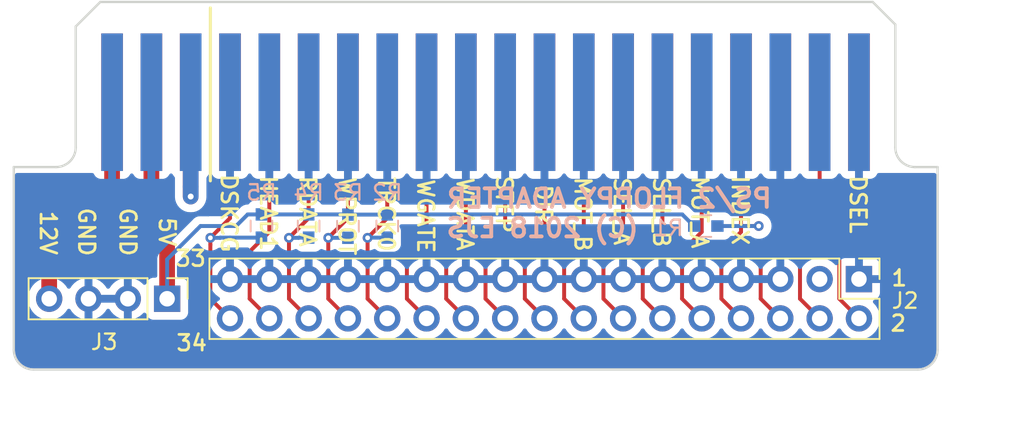
<source format=kicad_pcb>
(kicad_pcb (version 20221018) (generator pcbnew)
  (title_block (title "PS/2 Floppy Adapter") (comment 1 "Copyright (C) 2020 Eric Schlaepfer") (comment 2 "License. See https://creativecommons.org/licenses/by-sa/4.0/") (comment 3 "This work is licensed under a Creative Commons Attribution-ShareAlike 4.0 International"))
  (layers (0 "F.Cu" signal) (31 "B.Cu" signal) (34 "B.Paste" user) (35 "F.Paste" user) (36 "B.SilkS" user "B.Silkscreen") (37 "F.SilkS" user "F.Silkscreen") (38 "B.Mask" user) (39 "F.Mask" user) (44 "Edge.Cuts" user))
  (net 0 "")
  (net 1 "GND")
  (net 2 "/HDSEL")
  (net 3 "/RES1")
  (net 4 "/RES2")
  (net 5 "/INDEX")
  (net 6 "/MOTEN_A")
  (net 7 "/DSEL_B")
  (net 8 "/DSEL_A")
  (net 9 "/MOTEN_B")
  (net 10 "/DIR")
  (net 11 "/STEP")
  (net 12 "/WDATA")
  (net 13 "/ENWRITE")
  (net 14 "/TRACK0")
  (net 15 "/WPROT")
  (net 16 "/RDATA")
  (net 17 "/HEAD1SEL")
  (net 18 "/DISKCHG")
  (net 19 "+5V")
  (net 20 "+12V")
  (net 21 "Net-(J1-Pad35)")
  (footprint "Conn:EDGE_FLOPPY40" (layer "F.Cu") (at 154.94 87.63)
    (fp_text reference "J1" hide)
    (fp_text value "Conn_02x20_Odd_Even" hide)
    (pad "1" connect rect (at 24.13 0) (size 1.397 8.89) (layers "B.Cu" "B.Mask") (net 1 "GND"))
    (pad "2" connect rect (at 24.13 0) (size 1.397 8.89) (layers "F.Cu" "F.Mask") (net 2 "/HDSEL"))
    (pad "3" connect rect (at 21.59 0) (size 1.397 8.89) (layers "B.Cu" "B.Mask"))
    (pad "4" connect rect (at 21.59 0) (size 1.397 8.89) (layers "F.Cu" "F.Mask") (net 3 "/RES1"))
    (pad "5" connect rect (at 19.05 0) (size 1.397 8.89) (layers "B.Cu" "B.Mask") (net 1 "GND"))
    (pad "6" connect rect (at 19.05 0) (size 1.397 8.89) (layers "F.Cu" "F.Mask") (net 4 "/RES2"))
    (pad "7" connect rect (at 16.51 0) (size 1.397 8.89) (layers "B.Cu" "B.Mask") (net 1 "GND"))
    (pad "8" connect rect (at 16.51 0) (size 1.397 8.89) (layers "F.Cu" "F.Mask") (net 5 "/INDEX"))
    (pad "9" connect rect (at 13.97 0) (size 1.397 8.89) (layers "B.Cu" "B.Mask") (net 1 "GND"))
    (pad "10" connect rect (at 13.97 0) (size 1.397 8.89) (layers "F.Cu" "F.Mask") (net 6 "/MOTEN_A"))
    (pad "11" connect rect (at 11.43 0) (size 1.397 8.89) (layers "B.Cu" "B.Mask") (net 1 "GND"))
    (pad "12" connect rect (at 11.43 0) (size 1.397 8.89) (layers "F.Cu" "F.Mask") (net 7 "/DSEL_B"))
    (pad "13" connect rect (at 8.89 0) (size 1.397 8.89) (layers "B.Cu" "B.Mask") (net 1 "GND"))
    (pad "14" connect rect (at 8.89 0) (size 1.397 8.89) (layers "F.Cu" "F.Mask") (net 8 "/DSEL_A"))
    (pad "15" connect rect (at 6.35 0) (size 1.397 8.89) (layers "B.Cu" "B.Mask") (net 1 "GND"))
    (pad "16" connect rect (at 6.35 0) (size 1.397 8.89) (layers "F.Cu" "F.Mask") (net 9 "/MOTEN_B"))
    (pad "17" connect rect (at 3.81 0) (size 1.397 8.89) (layers "B.Cu" "B.Mask") (net 1 "GND"))
    (pad "18" connect rect (at 3.81 0) (size 1.397 8.89) (layers "F.Cu" "F.Mask") (net 10 "/DIR"))
    (pad "19" connect rect (at 1.27 0) (size 1.397 8.89) (layers "B.Cu" "B.Mask") (net 1 "GND"))
    (pad "20" connect rect (at 1.27 0) (size 1.397 8.89) (layers "F.Cu" "F.Mask") (net 11 "/STEP"))
    (pad "21" connect rect (at -1.27 0) (size 1.397 8.89) (layers "B.Cu" "B.Mask") (net 1 "GND"))
    (pad "22" connect rect (at -1.27 0) (size 1.397 8.89) (layers "F.Cu" "F.Mask") (net 12 "/WDATA"))
    (pad "23" connect rect (at -3.81 0) (size 1.397 8.89) (layers "B.Cu" "B.Mask") (net 1 "GND"))
    (pad "24" connect rect (at -3.81 0) (size 1.397 8.89) (layers "F.Cu" "F.Mask") (net 13 "/ENWRITE"))
    (pad "25" connect rect (at -6.35 0) (size 1.397 8.89) (layers "B.Cu" "B.Mask") (net 1 "GND"))
    (pad "26" connect rect (at -6.35 0) (size 1.397 8.89) (layers "F.Cu" "F.Mask") (net 14 "/TRACK0"))
    (pad "27" connect rect (at -8.89 0) (size 1.397 8.89) (layers "B.Cu" "B.Mask") (net 1 "GND"))
    (pad "28" connect rect (at -8.89 0) (size 1.397 8.89) (layers "F.Cu" "F.Mask") (net 15 "/WPROT"))
    (pad "29" connect rect (at -11.43 0) (size 1.397 8.89) (layers "B.Cu" "B.Mask") (net 1 "GND"))
    (pad "30" connect rect (at -11.43 0) (size 1.397 8.89) (layers "F.Cu" "F.Mask") (net 16 "/RDATA"))
    (pad "31" connect rect (at -13.97 0) (size 1.397 8.89) (layers "B.Cu" "B.Mask") (net 1 "GND"))
    (pad "32" connect rect (at -13.97 0) (size 1.397 8.89) (layers "F.Cu" "F.Mask") (net 17 "/HEAD1SEL"))
    (pad "33" connect rect (at -16.51 0) (size 1.397 8.89) (layers "B.Cu" "B.Mask") (net 1 "GND"))
    (pad "34" connect rect (at -16.51 0) (size 1.397 8.89) (layers "F.Cu" "F.Mask") (net 18 "/DISKCHG"))
    (pad "35" connect rect (at -19.05 0) (size 1.397 8.89) (layers "B.Cu" "B.Mask") (net 21 "Net-(J1-Pad35)"))
    (pad "36" connect rect (at -19.05 0) (size 1.397 8.89) (layers "F.Cu" "F.Mask") (net 21 "Net-(J1-Pad35)"))
    (pad "37" connect rect (at -21.59 0) (size 1.397 8.89) (layers "B.Cu" "B.Mask") (net 1 "GND"))
    (pad "38" connect rect (at -21.59 0) (size 1.397 8.89) (layers "F.Cu" "F.Mask") (net 19 "+5V"))
    (pad "39" connect rect (at -24.13 0) (size 1.397 8.89) (layers "B.Cu" "B.Mask") (net 1 "GND"))
    (pad "40" connect rect (at -24.13 0) (size 1.397 8.89) (layers "F.Cu" "F.Mask") (net 20 "+12V"))
  )
  (footprint "Pin_Headers:Pin_Header_Straight_2x17_Pitch2.54mm" (layer "F.Cu") (at 179.07 99.06 -90)
    (fp_text reference "J2" (at 1.397 -2.9845) (layer "F.SilkS"))
    (fp_text value "Conn_02x17_Odd_Even")
    (fp_line (start -1.33 -1.33) (end 0 -1.33) (stroke (width 0.12)) (layer "F.SilkS"))
    (fp_line (start -1.33 0) (end -1.33 -1.33) (stroke (width 0.12)) (layer "F.SilkS"))
    (fp_line (start -1.33 1.27) (end -1.33 41.97) (stroke (width 0.12)) (layer "F.SilkS"))
    (fp_line (start -1.33 1.27) (end 1.27 1.27) (stroke (width 0.12)) (layer "F.SilkS"))
    (fp_line (start -1.33 41.97) (end 3.87 41.97) (stroke (width 0.12)) (layer "F.SilkS"))
    (fp_line (start 1.27 -1.33) (end 3.87 -1.33) (stroke (width 0.12)) (layer "F.SilkS"))
    (fp_line (start 1.27 1.27) (end 1.27 -1.33) (stroke (width 0.12)) (layer "F.SilkS"))
    (fp_line (start 3.87 -1.33) (end 3.87 41.97) (stroke (width 0.12)) (layer "F.SilkS"))
    (pad "1" thru_hole rect (at 0 0 270) (size 1.7 1.7) (drill 1) (layers "*.Cu" "*.Mask") (net 1 "GND"))
    (pad "2" thru_hole oval (at 2.54 0 270) (size 1.7 1.7) (drill 1) (layers "*.Cu" "*.Mask") (net 2 "/HDSEL"))
    (pad "3" thru_hole oval (at 0 2.54 270) (size 1.7 1.7) (drill 1) (layers "*.Cu" "*.Mask"))
    (pad "4" thru_hole oval (at 2.54 2.54 270) (size 1.7 1.7) (drill 1) (layers "*.Cu" "*.Mask") (net 3 "/RES1"))
    (pad "5" thru_hole oval (at 0 5.08 270) (size 1.7 1.7) (drill 1) (layers "*.Cu" "*.Mask") (net 1 "GND"))
    (pad "6" thru_hole oval (at 2.54 5.08 270) (size 1.7 1.7) (drill 1) (layers "*.Cu" "*.Mask") (net 4 "/RES2"))
    (pad "7" thru_hole oval (at 0 7.62 270) (size 1.7 1.7) (drill 1) (layers "*.Cu" "*.Mask") (net 1 "GND"))
    (pad "8" thru_hole oval (at 2.54 7.62 270) (size 1.7 1.7) (drill 1) (layers "*.Cu" "*.Mask") (net 5 "/INDEX"))
    (pad "9" thru_hole oval (at 0 10.16 270) (size 1.7 1.7) (drill 1) (layers "*.Cu" "*.Mask") (net 1 "GND"))
    (pad "10" thru_hole oval (at 2.54 10.16 270) (size 1.7 1.7) (drill 1) (layers "*.Cu" "*.Mask") (net 6 "/MOTEN_A"))
    (pad "11" thru_hole oval (at 0 12.7 270) (size 1.7 1.7) (drill 1) (layers "*.Cu" "*.Mask") (net 1 "GND"))
    (pad "12" thru_hole oval (at 2.54 12.7 270) (size 1.7 1.7) (drill 1) (layers "*.Cu" "*.Mask") (net 7 "/DSEL_B"))
    (pad "13" thru_hole oval (at 0 15.24 270) (size 1.7 1.7) (drill 1) (layers "*.Cu" "*.Mask") (net 1 "GND"))
    (pad "14" thru_hole oval (at 2.54 15.24 270) (size 1.7 1.7) (drill 1) (layers "*.Cu" "*.Mask") (net 8 "/DSEL_A"))
    (pad "15" thru_hole oval (at 0 17.78 270) (size 1.7 1.7) (drill 1) (layers "*.Cu" "*.Mask") (net 1 "GND"))
    (pad "16" thru_hole oval (at 2.54 17.78 270) (size 1.7 1.7) (drill 1) (layers "*.Cu" "*.Mask") (net 9 "/MOTEN_B"))
    (pad "17" thru_hole oval (at 0 20.32 270) (size 1.7 1.7) (drill 1) (layers "*.Cu" "*.Mask") (net 1 "GND"))
    (pad "18" thru_hole oval (at 2.54 20.32 270) (size 1.7 1.7) (drill 1) (layers "*.Cu" "*.Mask") (net 10 "/DIR"))
    (pad "19" thru_hole oval (at 0 22.86 270) (size 1.7 1.7) (drill 1) (layers "*.Cu" "*.Mask") (net 1 "GND"))
    (pad "20" thru_hole oval (at 2.54 22.86 270) (size 1.7 1.7) (drill 1) (layers "*.Cu" "*.Mask") (net 11 "/STEP"))
    (pad "21" thru_hole oval (at 0 25.4 270) (size 1.7 1.7) (drill 1) (layers "*.Cu" "*.Mask") (net 1 "GND"))
    (pad "22" thru_hole oval (at 2.54 25.4 270) (size 1.7 1.7) (drill 1) (layers "*.Cu" "*.Mask") (net 12 "/WDATA"))
    (pad "23" thru_hole oval (at 0 27.94 270) (size 1.7 1.7) (drill 1) (layers "*.Cu" "*.Mask") (net 1 "GND"))
    (pad "24" thru_hole oval (at 2.54 27.94 270) (size 1.7 1.7) (drill 1) (layers "*.Cu" "*.Mask") (net 13 "/ENWRITE"))
    (pad "25" thru_hole oval (at 0 30.48 270) (size 1.7 1.7) (drill 1) (layers "*.Cu" "*.Mask") (net 1 "GND"))
    (pad "26" thru_hole oval (at 2.54 30.48 270) (size 1.7 1.7) (drill 1) (layers "*.Cu" "*.Mask") (net 14 "/TRACK0"))
    (pad "27" thru_hole oval (at 0 33.02 270) (size 1.7 1.7) (drill 1) (layers "*.Cu" "*.Mask") (net 1 "GND"))
    (pad "28" thru_hole oval (at 2.54 33.02 270) (size 1.7 1.7) (drill 1) (layers "*.Cu" "*.Mask") (net 15 "/WPROT"))
    (pad "29" thru_hole oval (at 0 35.56 270) (size 1.7 1.7) (drill 1) (layers "*.Cu" "*.Mask") (net 1 "GND"))
    (pad "30" thru_hole oval (at 2.54 35.56 270) (size 1.7 1.7) (drill 1) (layers "*.Cu" "*.Mask") (net 16 "/RDATA"))
    (pad "31" thru_hole oval (at 0 38.1 270) (size 1.7 1.7) (drill 1) (layers "*.Cu" "*.Mask") (net 1 "GND"))
    (pad "32" thru_hole oval (at 2.54 38.1 270) (size 1.7 1.7) (drill 1) (layers "*.Cu" "*.Mask") (net 17 "/HEAD1SEL"))
    (pad "33" thru_hole oval (at 0 40.64 270) (size 1.7 1.7) (drill 1) (layers "*.Cu" "*.Mask") (net 1 "GND"))
    (pad "34" thru_hole oval (at 2.54 40.64 270) (size 1.7 1.7) (drill 1) (layers "*.Cu" "*.Mask") (net 18 "/DISKCHG"))
  )
  (footprint "Pin_Headers:Pin_Header_Straight_1x04_Pitch2.54mm" (layer "F.Cu") (at 134.366 100.33 -90)
    (fp_text reference "J3" (at 2.794 4.064) (layer "F.SilkS"))
    (fp_text value "Conn_01x04")
    (fp_line (start -1.33 -1.33) (end 0 -1.33) (stroke (width 0.12)) (layer "F.SilkS"))
    (fp_line (start -1.33 0) (end -1.33 -1.33) (stroke (width 0.12)) (layer "F.SilkS"))
    (fp_line (start -1.33 1.27) (end -1.33 8.95) (stroke (width 0.12)) (layer "F.SilkS"))
    (fp_line (start -1.33 1.27) (end 1.33 1.27) (stroke (width 0.12)) (layer "F.SilkS"))
    (fp_line (start -1.33 8.95) (end 1.33 8.95) (stroke (width 0.12)) (layer "F.SilkS"))
    (fp_line (start 1.33 1.27) (end 1.33 8.95) (stroke (width 0.12)) (layer "F.SilkS"))
    (pad "1" thru_hole rect (at 0 0 270) (size 1.7 1.7) (drill 1) (layers "*.Cu" "*.Mask") (net 19 "+5V"))
    (pad "2" thru_hole oval (at 0 2.54 270) (size 1.7 1.7) (drill 1) (layers "*.Cu" "*.Mask") (net 1 "GND"))
    (pad "3" thru_hole oval (at 0 5.08 270) (size 1.7 1.7) (drill 1) (layers "*.Cu" "*.Mask") (net 1 "GND"))
    (pad "4" thru_hole oval (at 0 7.62 270) (size 1.7 1.7) (drill 1) (layers "*.Cu" "*.Mask") (net 20 "+12V"))
  )
  (footprint "Passive:RESC1608X55" (layer "B.Cu") (at 169.176 95.631)
    (fp_text reference "R1" (at -2.425 0.127) (layer "B.SilkS") (effects (justify mirror)))
    (fp_text value "1K")
    (fp_line (start -0.35 0.7) (end 0.35 0.7) (stroke (width 0.12)) (layer "B.SilkS"))
    (fp_line (start 0.35 -0.7) (end -0.35 -0.7) (stroke (width 0.12)) (layer "B.SilkS"))
    (pad "1" smd rect (at -0.75 0) (size 0.8 0.75) (layers "B.Cu" "B.Paste" "B.Mask") (net 19 "+5V"))
    (pad "2" smd rect (at 0.75 0) (size 0.8 0.75) (layers "B.Cu" "B.Paste" "B.Mask") (net 5 "/INDEX"))
  )
  (footprint "Passive:RESC1608X55" (layer "B.Cu") (at 148.59 95.631 -90)
    (fp_text reference "R2" (at -2.159 0 180) (layer "B.SilkS") (effects (justify mirror)))
    (fp_text value "1K")
    (fp_line (start -0.35 0.7) (end 0.35 0.7) (stroke (width 0.12)) (layer "B.SilkS"))
    (fp_line (start 0.35 -0.7) (end -0.35 -0.7) (stroke (width 0.12)) (layer "B.SilkS"))
    (pad "1" smd rect (at -0.75 0 270) (size 0.8 0.75) (layers "B.Cu" "B.Paste" "B.Mask") (net 19 "+5V"))
    (pad "2" smd rect (at 0.75 0 270) (size 0.8 0.75) (layers "B.Cu" "B.Paste" "B.Mask") (net 14 "/TRACK0"))
  )
  (footprint "Passive:RESC1608X55" (layer "B.Cu") (at 146.05 95.643 -90)
    (fp_text reference "R3" (at -2.171 0 180) (layer "B.SilkS") (effects (justify mirror)))
    (fp_text value "1K")
    (fp_line (start -0.35 0.7) (end 0.35 0.7) (stroke (width 0.12)) (layer "B.SilkS"))
    (fp_line (start 0.35 -0.7) (end -0.35 -0.7) (stroke (width 0.12)) (layer "B.SilkS"))
    (pad "1" smd rect (at -0.75 0 270) (size 0.8 0.75) (layers "B.Cu" "B.Paste" "B.Mask") (net 19 "+5V"))
    (pad "2" smd rect (at 0.75 0 270) (size 0.8 0.75) (layers "B.Cu" "B.Paste" "B.Mask") (net 15 "/WPROT"))
  )
  (footprint "Passive:RESC1608X55" (layer "B.Cu") (at 143.51 95.631 -90)
    (fp_text reference "R4" (at -2.159 0 180) (layer "B.SilkS") (effects (justify mirror)))
    (fp_text value "1K")
    (fp_line (start -0.35 0.7) (end 0.35 0.7) (stroke (width 0.12)) (layer "B.SilkS"))
    (fp_line (start 0.35 -0.7) (end -0.35 -0.7) (stroke (width 0.12)) (layer "B.SilkS"))
    (pad "1" smd rect (at -0.75 0 270) (size 0.8 0.75) (layers "B.Cu" "B.Paste" "B.Mask") (net 19 "+5V"))
    (pad "2" smd rect (at 0.75 0 270) (size 0.8 0.75) (layers "B.Cu" "B.Paste" "B.Mask") (net 16 "/RDATA"))
  )
  (footprint "Passive:RESC1608X55" (layer "B.Cu") (at 140.462 95.631 -90)
    (fp_text reference "R5" (at -2.159 0 180) (layer "B.SilkS") (effects (justify mirror)))
    (fp_text value "1K")
    (fp_line (start -0.35 0.7) (end 0.35 0.7) (stroke (width 0.12)) (layer "B.SilkS"))
    (fp_line (start 0.35 -0.7) (end -0.35 -0.7) (stroke (width 0.12)) (layer "B.SilkS"))
    (pad "1" smd rect (at -0.75 0 270) (size 0.8 0.75) (layers "B.Cu" "B.Paste" "B.Mask") (net 19 "+5V"))
    (pad "2" smd rect (at 0.75 0 270) (size 0.8 0.75) (layers "B.Cu" "B.Paste" "B.Mask") (net 18 "/DISKCHG"))
  )
  (gr_line (start 137.16 81.534) (end 137.16 92.71) (stroke (width 0.2)) (layer "F.SilkS"))
  (gr_line (start 128.4605 90.551) (end 128.4605 82.7405) (stroke (width 0.15)) (layer "Edge.Cuts"))
  (gr_arc (start 182.6895 91.821) (mid 181.791474 91.449026) (end 181.4195 90.551) (stroke (width 0.15)) (layer "Edge.Cuts"))
  (gr_arc (start 125.73 104.902) (mid 124.831974 104.530026) (end 124.46 103.632) (stroke (width 0.15)) (layer "Edge.Cuts"))
  (gr_arc (start 184.15 103.632) (mid 183.778026 104.530026) (end 182.88 104.902) (stroke (width 0.15)) (layer "Edge.Cuts"))
  (gr_line (start 182.6895 91.821) (end 184.15 91.821) (stroke (width 0.15)) (layer "Edge.Cuts"))
  (gr_line (start 124.46 103.632) (end 124.46 91.821) (stroke (width 0.15)) (layer "Edge.Cuts"))
  (gr_line (start 181.4195 82.6135) (end 179.959 81.153) (stroke (width 0.15)) (layer "Edge.Cuts"))
  (gr_line (start 184.15 91.821) (end 184.15 103.632) (stroke (width 0.15)) (layer "Edge.Cuts"))
  (gr_line (start 124.46 91.821) (end 127.1905 91.821) (stroke (width 0.15)) (layer "Edge.Cuts"))
  (gr_line (start 182.88 104.902) (end 125.73 104.902) (stroke (width 0.15)) (layer "Edge.Cuts"))
  (gr_line (start 130.048 81.153) (end 128.4605 82.7405) (stroke (width 0.15)) (layer "Edge.Cuts"))
  (gr_line (start 181.4195 82.6135) (end 181.4195 90.551) (stroke (width 0.15)) (layer "Edge.Cuts"))
  (gr_arc (start 128.4605 90.551) (mid 128.088526 91.449026) (end 127.1905 91.821) (stroke (width 0.15)) (layer "Edge.Cuts"))
  (gr_line (start 179.959 81.153) (end 130.048 81.153) (stroke (width 0.15)) (layer "Edge.Cuts"))
  (gr_text "(C) 2018 EJS" (at 158.623 95.758) (layer "B.SilkS") (effects (font (size 1.2 1.2) (thickness 0.25)) (justify mirror)))
  (gr_text "PS/2 FLOPPY ADAPTER" (at 162.941 93.853) (layer "B.SilkS") (effects (font (size 1.2 1.2) (thickness 0.25)) (justify mirror)))
  (gr_text "HEAD1" (at 140.9065 94.8055 270) (layer "F.SilkS") (effects (font (size 1.016 1.016) (thickness 0.1778))))
  (gr_text "RDATA" (at 143.4465 94.6785 270) (layer "F.SilkS") (effects (font (size 1.016 1.016) (thickness 0.1778))))
  (gr_text "WPROT" (at 145.9865 94.996 270) (layer "F.SilkS") (effects (font (size 1.016 1.016) (thickness 0.1778))))
  (gr_text "TRCK0" (at 148.5265 94.869 270) (layer "F.SilkS") (effects (font (size 1.016 1.016) (thickness 0.1778))))
  (gr_text "WGATE" (at 151.0665 94.996 270) (layer "F.SilkS") (effects (font (size 1.016 1.016) (thickness 0.1778))))
  (gr_text "WDATA" (at 153.6065 94.869 270) (layer "F.SilkS") (effects (font (size 1.016 1.016) (thickness 0.1778))))
  (gr_text "STEP" (at 156.1465 94.234 270) (layer "F.SilkS") (effects (font (size 1.016 1.016) (thickness 0.1778))))
  (gr_text "DIR" (at 158.6865 94.234 270) (layer "F.SilkS") (effects (font (size 1.016 1.016) (thickness 0.1778))))
  (gr_text "MOT_B" (at 161.2265 94.869 270) (layer "F.SilkS") (effects (font (size 1.016 1.016) (thickness 0.1778))))
  (gr_text "SEL_A" (at 163.7665 94.6785 270) (layer "F.SilkS") (effects (font (size 1.016 1.016) (thickness 0.1778))))
  (gr_text "SEL_B" (at 166.3065 94.742 270) (layer "F.SilkS") (effects (font (size 1.016 1.016) (thickness 0.1778))))
  (gr_text "MOT_A" (at 168.783 94.742 270) (layer "F.SilkS") (effects (font (size 1.016 1.016) (thickness 0.1778))))
  (gr_text "INDEX" (at 171.3865 94.615 270) (layer "F.SilkS") (effects (font (size 1.016 1.016) (thickness 0.1778))))
  (gr_text "DSEL" (at 179.0065 94.234 270) (layer "F.SilkS") (effects (font (size 1.016 1.016) (thickness 0.1778))))
  (gr_text "5V" (at 134.366 96.012 270) (layer "F.SilkS") (effects (font (size 1.016 1.016) (thickness 0.1778))))
  (gr_text "GND" (at 131.826 96.012 270) (layer "F.SilkS") (effects (font (size 1.016 1.016) (thickness 0.1778))))
  (gr_text "GND" (at 129.159 96.012 270) (layer "F.SilkS") (effects (font (size 1.016 1.016) (thickness 0.1778))))
  (gr_text "12V" (at 126.6825 96.0755 270) (layer "F.SilkS") (effects (font (size 1.016 1.016) (thickness 0.1778))))
  (gr_text "1" (at 181.6735 98.9965) (layer "F.SilkS") (effects (font (size 1.016 1.016) (thickness 0.1778))))
  (gr_text "2" (at 181.61 101.9175) (layer "F.SilkS") (effects (font (size 1.016 1.016) (thickness 0.1778))))
  (gr_text "34" (at 135.9535 103.1875) (layer "F.SilkS") (effects (font (size 1.016 1.016) (thickness 0.1778))))
  (gr_text "33" (at 135.89 97.7265) (layer "F.SilkS") (effects (font (size 1.016 1.016) (thickness 0.1778))))
  (gr_text "DSKCG" (at 138.3665 94.8055 270) (layer "F.SilkS") (effects (font (size 1.016 1.016) (thickness 0.1778))))
  (segment (start 140.716 93.218) (end 138.43 93.218) (width 0.254) (layer "B.Cu") (net 1))
  (segment (start 173.99 93.218) (end 178.816 93.218) (width 0.254) (layer "B.Cu") (net 1))
  (segment (start 173.99 92.329) (end 173.99 93.218) (width 0.254) (layer "B.Cu") (net 1))
  (segment (start 151.13 93.218) (end 153.543 93.218) (width 0.254) (layer "B.Cu") (net 1))
  (segment (start 148.59 93.218) (end 151.13 93.218) (width 0.254) (layer "B.Cu") (net 1))
  (segment (start 158.75 87.63) (end 158.75 92.329) (width 0.254) (layer "B.Cu") (net 1))
  (segment (start 156.21 93.218) (end 158.75 93.218) (width 0.254) (layer "B.Cu") (net 1))
  (segment (start 153.67 93.091) (end 153.543 93.218) (width 0.254) (layer "B.Cu") (net 1))
  (segment (start 166.37 92.329) (end 166.37 93.218) (width 0.254) (layer "B.Cu") (net 1))
  (segment (start 163.83 87.63) (end 163.83 93.218) (width 0.254) (layer "B.Cu") (net 1))
  (segment (start 171.45 93.218) (end 173.99 93.218) (width 0.254) (layer "B.Cu") (net 1))
  (segment (start 168.91 93.218) (end 171.45 93.218) (width 0.254) (layer "B.Cu") (net 1))
  (segment (start 153.543 93.218) (end 156.21 93.218) (width 0.254) (layer "B.Cu") (net 1))
  (segment (start 161.29 92.329) (end 161.29 93.218) (width 0.254) (layer "B.Cu") (net 1))
  (segment (start 138.43 93.218) (end 138.43 87.63) (width 0.254) (layer "B.Cu") (net 1))
  (segment (start 133.223 93.091) (end 133.35 92.964) (width 0.254) (layer "B.Cu") (net 1))
  (segment (start 168.91 87.63) (end 168.91 92.329) (width 0.254) (layer "B.Cu") (net 1))
  (segment (start 173.99 87.63) (end 173.99 92.329) (width 0.254) (layer "B.Cu") (net 1))
  (segment (start 151.13 87.63) (end 151.13 93.218) (width 0.254) (layer "B.Cu") (net 1))
  (segment (start 140.97 87.63) (end 140.97 92.964) (width 0.254) (layer "B.Cu") (net 1))
  (segment (start 143.51 92.329) (end 143.51 93.218) (width 0.254) (layer "B.Cu") (net 1))
  (segment (start 153.67 87.63) (end 153.67 93.091) (width 0.254) (layer "B.Cu") (net 1))
  (segment (start 158.75 92.329) (end 158.75 93.218) (width 0.254) (layer "B.Cu") (net 1))
  (segment (start 133.35 93.98) (end 134.239 94.869) (width 0.254) (layer "B.Cu") (net 1))
  (segment (start 133.223 93.218) (end 133.223 93.091) (width 0.254) (layer "B.Cu") (net 1))
  (segment (start 166.37 93.218) (end 168.91 93.218) (width 0.254) (layer "B.Cu") (net 1))
  (segment (start 171.45 87.63) (end 171.45 93.218) (width 0.254) (layer "B.Cu") (net 1))
  (segment (start 156.21 87.63) (end 156.21 93.218) (width 0.254) (layer "B.Cu") (net 1))
  (segment (start 130.81 93.218) (end 133.223 93.218) (width 0.254) (layer "B.Cu") (net 1))
  (segment (start 143.51 87.63) (end 143.51 92.329) (width 0.254) (layer "B.Cu") (net 1))
  (segment (start 166.37 87.63) (end 166.37 92.329) (width 0.254) (layer "B.Cu") (net 1))
  (segment (start 133.35 92.964) (end 133.35 87.63) (width 0.254) (layer "B.Cu") (net 1))
  (segment (start 179.07 92.964) (end 179.07 87.63) (width 0.254) (layer "B.Cu") (net 1))
  (segment (start 143.51 93.218) (end 146.05 93.218) (width 0.254) (layer "B.Cu") (net 1))
  (segment (start 158.75 93.218) (end 161.29 93.218) (width 0.254) (layer "B.Cu") (net 1))
  (segment (start 146.05 87.63) (end 146.05 93.218) (width 0.254) (layer "B.Cu") (net 1))
  (segment (start 161.29 93.218) (end 163.83 93.218) (width 0.254) (layer "B.Cu") (net 1))
  (segment (start 140.716 93.218) (end 143.51 93.218) (width 0.254) (layer "B.Cu") (net 1))
  (segment (start 137.033 94.869) (end 138.43 93.472) (width 0.254) (layer "B.Cu") (net 1))
  (segment (start 140.97 92.964) (end 140.716 93.218) (width 0.254) (layer "B.Cu") (net 1))
  (segment (start 168.91 92.329) (end 168.91 93.218) (width 0.254) (layer "B.Cu") (net 1))
  (segment (start 163.83 93.218) (end 166.37 93.218) (width 0.254) (layer "B.Cu") (net 1))
  (segment (start 130.81 87.63) (end 130.81 93.218) (width 0.254) (layer "B.Cu") (net 1))
  (segment (start 178.816 93.218) (end 179.07 92.964) (width 0.254) (layer "B.Cu") (net 1))
  (segment (start 148.59 87.63) (end 148.59 93.218) (width 0.254) (layer "B.Cu") (net 1))
  (segment (start 161.29 87.63) (end 161.29 92.329) (width 0.254) (layer "B.Cu") (net 1))
  (segment (start 146.05 93.218) (end 148.59 93.218) (width 0.254) (layer "B.Cu") (net 1))
  (segment (start 133.35 87.63) (end 133.35 93.98) (width 0.254) (layer "B.Cu") (net 1))
  (segment (start 134.239 94.869) (end 137.033 94.869) (width 0.254) (layer "B.Cu") (net 1))
  (segment (start 138.43 93.472) (end 138.43 93.218) (width 0.254) (layer "B.Cu") (net 1))
  (segment (start 177.8 97.282) (end 177.8 100.33) (width 0.254) (layer "F.Cu") (net 2))
  (segment (start 179.07 96.012) (end 177.8 97.282) (width 0.254) (layer "F.Cu") (net 2))
  (segment (start 177.8 100.33) (end 179.07 101.6) (width 0.254) (layer "F.Cu") (net 2))
  (segment (start 179.07 87.63) (end 179.07 96.012) (width 0.254) (layer "F.Cu") (net 2))
  (segment (start 176.53 101.6) (end 175.26 100.33) (width 0.254) (layer "F.Cu") (net 3))
  (segment (start 175.26 100.33) (end 175.26 97.282) (width 0.254) (layer "F.Cu") (net 3))
  (segment (start 175.26 97.282) (end 176.53 96.012) (width 0.254) (layer "F.Cu") (net 3))
  (segment (start 176.53 96.012) (end 176.53 87.63) (width 0.254) (layer "F.Cu") (net 3))
  (segment (start 172.72 97.282) (end 173.99 96.012) (width 0.254) (layer "F.Cu") (net 4))
  (segment (start 172.72 100.33) (end 172.72 97.282) (width 0.254) (layer "F.Cu") (net 4))
  (segment (start 173.99 96.012) (end 173.99 87.63) (width 0.254) (layer "F.Cu") (net 4))
  (segment (start 173.99 101.6) (end 172.72 100.33) (width 0.254) (layer "F.Cu") (net 4))
  (segment (start 170.18 97.282) (end 171.45 96.012) (width 0.254) (layer "F.Cu") (net 5))
  (segment (start 171.45 101.6) (end 170.18 100.33) (width 0.254) (layer "F.Cu") (net 5))
  (segment (start 171.45 96.012) (end 171.45 87.63) (width 0.254) (layer "F.Cu") (net 5))
  (segment (start 170.18 100.33) (end 170.18 97.282) (width 0.254) (layer "F.Cu") (net 5))
  (segment (start 171.45 95.631) (end 171.45 87.63) (width 0.254) (layer "F.Cu") (net 5))
  (segment (start 172.593 95.631) (end 171.45 95.631) (width 0.254) (layer "F.Cu") (net 5))
  (via (at 172.593 95.631) (size 0.635) (drill 0.3048) (layers "F.Cu" "B.Cu") (net 5))
  (segment (start 169.926 95.631) (end 171.45 95.631) (width 0.254) (layer "B.Cu") (net 5))
  (segment (start 171.45 95.631) (end 172.593 95.631) (width 0.254) (layer "B.Cu") (net 5))
  (segment (start 168.91 87.63) (end 168.91 96.012) (width 0.254) (layer "F.Cu") (net 6))
  (segment (start 167.64 100.33) (end 168.91 101.6) (width 0.254) (layer "F.Cu") (net 6))
  (segment (start 167.64 97.282) (end 167.64 100.33) (width 0.254) (layer "F.Cu") (net 6))
  (segment (start 168.91 96.012) (end 167.64 97.282) (width 0.254) (layer "F.Cu") (net 6))
  (segment (start 166.37 87.63) (end 166.37 96.012) (width 0.254) (layer "F.Cu") (net 7))
  (segment (start 166.37 96.012) (end 165.1 97.282) (width 0.254) (layer "F.Cu") (net 7))
  (segment (start 165.1 100.33) (end 166.37 101.6) (width 0.254) (layer "F.Cu") (net 7))
  (segment (start 165.1 97.282) (end 165.1 100.33) (width 0.254) (layer "F.Cu") (net 7))
  (segment (start 162.56 100.33) (end 163.83 101.6) (width 0.254) (layer "F.Cu") (net 8))
  (segment (start 162.56 97.282) (end 162.56 100.33) (width 0.254) (layer "F.Cu") (net 8))
  (segment (start 163.83 96.012) (end 162.56 97.282) (width 0.254) (layer "F.Cu") (net 8))
  (segment (start 163.83 87.63) (end 163.83 96.012) (width 0.254) (layer "F.Cu") (net 8))
  (segment (start 161.29 87.63) (end 161.29 96.012) (width 0.254) (layer "F.Cu") (net 9))
  (segment (start 160.02 100.33) (end 161.29 101.6) (width 0.254) (layer "F.Cu") (net 9))
  (segment (start 160.02 97.282) (end 160.02 100.33) (width 0.254) (layer "F.Cu") (net 9))
  (segment (start 161.29 96.012) (end 160.02 97.282) (width 0.254) (layer "F.Cu") (net 9))
  (segment (start 157.48 100.33) (end 158.75 101.6) (width 0.254) (layer "F.Cu") (net 10))
  (segment (start 158.75 87.63) (end 158.75 96.012) (width 0.254) (layer "F.Cu") (net 10))
  (segment (start 157.48 97.282) (end 157.48 100.33) (width 0.254) (layer "F.Cu") (net 10))
  (segment (start 158.75 96.012) (end 157.48 97.282) (width 0.254) (layer "F.Cu") (net 10))
  (segment (start 156.21 87.63) (end 156.21 96.012) (width 0.254) (layer "F.Cu") (net 11))
  (segment (start 154.94 97.282) (end 154.94 100.33) (width 0.254) (layer "F.Cu") (net 11))
  (segment (start 156.21 96.012) (end 154.94 97.282) (width 0.254) (layer "F.Cu") (net 11))
  (segment (start 154.94 100.33) (end 156.21 101.6) (width 0.254) (layer "F.Cu") (net 11))
  (segment (start 153.67 87.63) (end 153.67 96.012) (width 0.254) (layer "F.Cu") (net 12))
  (segment (start 152.4 97.282) (end 152.4 100.33) (width 0.254) (layer "F.Cu") (net 12))
  (segment (start 153.67 96.012) (end 152.4 97.282) (width 0.254) (layer "F.Cu") (net 12))
  (segment (start 152.4 100.33) (end 153.67 101.6) (width 0.254) (layer "F.Cu") (net 12))
  (segment (start 149.86 100.33) (end 151.13 101.6) (width 0.254) (layer "F.Cu") (net 13))
  (segment (start 149.86 97.282) (end 149.86 100.33) (width 0.254) (layer "F.Cu") (net 13))
  (segment (start 151.13 87.63) (end 151.13 96.012) (width 0.254) (layer "F.Cu") (net 13))
  (segment (start 151.13 96.012) (end 149.86 97.282) (width 0.254) (layer "F.Cu") (net 13))
  (segment (start 147.32 96.393) (end 147.32 97.282) (width 0.254) (layer "F.Cu") (net 14))
  (segment (start 148.59 87.63) (end 148.59 94.869) (width 0.254) (layer "F.Cu") (net 14))
  (segment (start 147.32 96.393) (end 148.59 95.123) (width 0.254) (layer "F.Cu") (net 14))
  (segment (start 147.32 100.33) (end 148.59 101.6) (width 0.254) (layer "F.Cu") (net 14))
  (segment (start 147.32 97.282) (end 147.32 100.33) (width 0.254) (layer "F.Cu") (net 14))
  (segment (start 148.59 95.123) (end 148.59 94.869) (width 0.254) (layer "F.Cu") (net 14))
  (via (at 147.32 96.393) (size 0.635) (drill 0.3048) (layers "F.Cu" "B.Cu") (net 14))
  (segment (start 147.332 96.381) (end 147.32 96.393) (width 0.254) (layer "B.Cu") (net 14))
  (segment (start 148.59 96.381) (end 147.332 96.381) (width 0.254) (layer "B.Cu") (net 14))
  (segment (start 144.78 100.33) (end 146.05 101.6) (width 0.254) (layer "F.Cu") (net 15))
  (segment (start 144.78 97.282) (end 144.78 96.393) (width 0.254) (layer "F.Cu") (net 15))
  (segment (start 146.05 87.63) (end 146.05 95.123) (width 0.254) (layer "F.Cu") (net 15))
  (segment (start 144.78 96.393) (end 146.05 95.123) (width 0.254) (layer "F.Cu") (net 15))
  (segment (start 144.78 97.282) (end 144.78 100.33) (width 0.254) (layer "F.Cu") (net 15))
  (via (at 144.78 96.393) (size 0.635) (drill 0.3048) (layers "F.Cu" "B.Cu") (net 15))
  (segment (start 146.05 96.393) (end 144.78 96.393) (width 0.254) (layer "B.Cu") (net 15))
  (segment (start 142.24 97.282) (end 142.24 100.33) (width 0.254) (layer "F.Cu") (net 16))
  (segment (start 142.557499 96.075501) (end 143.51 95.123) (width 0.254) (layer "F.Cu") (net 16))
  (segment (start 143.51 87.63) (end 143.51 95.123) (width 0.254) (layer "F.Cu") (net 16))
  (segment (start 142.24 100.33) (end 143.51 101.6) (width 0.254) (layer "F.Cu") (net 16))
  (segment (start 142.24 96.393) (end 142.557499 96.075501) (width 0.254) (layer "F.Cu") (net 16))
  (segment (start 142.24 97.282) (end 142.24 96.393) (width 0.254) (layer "F.Cu") (net 16))
  (via (at 142.24 96.393) (size 0.635) (drill 0.3048) (layers "F.Cu" "B.Cu") (net 16))
  (segment (start 143.51 96.381) (end 142.881 96.381) (width 0.254) (layer "B.Cu") (net 16))
  (segment (start 142.881 96.381) (end 142.869 96.393) (width 0.254) (layer "B.Cu") (net 16))
  (segment (start 142.869 96.393) (end 142.24 96.393) (width 0.254) (layer "B.Cu") (net 16))
  (segment (start 140.97 96.012) (end 140.97 87.63) (width 0.254) (layer "F.Cu") (net 17))
  (segment (start 140.97 101.6) (end 139.7 100.33) (width 0.254) (layer "F.Cu") (net 17))
  (segment (start 139.7 100.33) (end 139.7 97.282) (width 0.254) (layer "F.Cu") (net 17))
  (segment (start 139.7 97.282) (end 140.97 96.012) (width 0.254) (layer "F.Cu") (net 17))
  (segment (start 137.16 96.393) (end 138.43 95.123) (width 0.254) (layer "F.Cu") (net 18))
  (segment (start 138.43 94.361) (end 138.43 87.63) (width 0.254) (layer "F.Cu") (net 18))
  (segment (start 137.16 96.393) (end 137.16 96.842012) (width 0.254) (layer "F.Cu") (net 18))
  (segment (start 137.16 96.842012) (end 137.16 97.282) (width 0.254) (layer "F.Cu") (net 18))
  (segment (start 138.43 95.123) (end 138.43 94.361) (width 0.254) (layer "F.Cu") (net 18))
  (segment (start 137.16 97.282) (end 137.16 100.33) (width 0.254) (layer "F.Cu") (net 18))
  (segment (start 137.16 100.33) (end 138.43 101.6) (width 0.254) (layer "F.Cu") (net 18))
  (via (at 137.16 96.393) (size 0.635) (drill 0.3048) (layers "F.Cu" "B.Cu") (net 18))
  (segment (start 138.43 96.381) (end 140.462 96.381) (width 0.254) (layer "B.Cu") (net 18))
  (segment (start 137.789 96.393) (end 137.16 96.393) (width 0.254) (layer "B.Cu") (net 18))
  (segment (start 138.43 96.381) (end 137.801 96.381) (width 0.254) (layer "B.Cu") (net 18))
  (segment (start 137.801 96.381) (end 137.789 96.393) (width 0.254) (layer "B.Cu") (net 18))
  (segment (start 134.366 97.028) (end 134.366 100.33) (width 1.016) (layer "F.Cu") (net 19))
  (segment (start 133.35 96.012) (end 134.366 97.028) (width 1.016) (layer "F.Cu") (net 19))
  (segment (start 133.35 87.63) (end 133.35 96.012) (width 1.016) (layer "F.Cu") (net 19))
  (segment (start 143.51 94.881) (end 146.038 94.881) (width 0.254) (layer "B.Cu") (net 19))
  (segment (start 146.05 94.893) (end 148.578 94.893) (width 0.254) (layer "B.Cu") (net 19))
  (segment (start 136.525 95.631) (end 138.823 95.631) (width 0.254) (layer "B.Cu") (net 19))
  (segment (start 142.881 94.881) (end 140.462 94.881) (width 0.254) (layer "B.Cu") (net 19))
  (segment (start 139.573 94.881) (end 140.462 94.881) (width 0.254) (layer "B.Cu") (net 19))
  (segment (start 134.366 100.33) (end 134.366 97.79) (width 0.254) (layer "B.Cu") (net 19))
  (segment (start 136.271 95.885) (end 136.525 95.631) (width 0.254) (layer "B.Cu") (net 19))
  (segment (start 143.51 94.881) (end 142.881 94.881) (width 0.254) (layer "B.Cu") (net 19))
  (segment (start 138.823 95.631) (end 139.573 94.881) (width 0.254) (layer "B.Cu") (net 19))
  (segment (start 148.578 94.893) (end 148.59 94.881) (width 0.254) (layer "B.Cu") (net 19))
  (segment (start 167.386 94.881) (end 167.651 94.881) (width 0.254) (layer "B.Cu") (net 19))
  (segment (start 168.401 95.631) (end 168.426 95.631) (width 0.254) (layer "B.Cu") (net 19))
  (segment (start 167.651 94.881) (end 168.401 95.631) (width 0.254) (layer "B.Cu") (net 19))
  (segment (start 148.59 94.881) (end 167.386 94.881) (width 0.254) (layer "B.Cu") (net 19))
  (segment (start 146.038 94.881) (end 146.05 94.893) (width 0.254) (layer "B.Cu") (net 19))
  (segment (start 134.366 97.79) (end 136.271 95.885) (width 0.254) (layer "B.Cu") (net 19))
  (segment (start 130.81 93.472) (end 126.746 97.536) (width 1.016) (layer "F.Cu") (net 20))
  (segment (start 130.81 87.63) (end 130.81 93.472) (width 1.016) (layer "F.Cu") (net 20))
  (segment (start 126.746 97.536) (end 126.746 100.33) (width 1.016) (layer "F.Cu") (net 20))
  (segment (start 135.89 93.726) (end 135.89 87.63) (width 1.016) (layer "F.Cu") (net 21))
  (via (at 135.89 93.726) (size 0.762) (drill 0.381) (layers "F.Cu" "B.Cu") (net 21))
  (segment (start 135.89 93.091) (end 135.89 93.726) (width 1.016) (layer "B.Cu") (net 21))
  (segment (start 135.89 87.63) (end 135.89 93.091) (width 1.016) (layer "B.Cu") (net 21))
  (zone (net 1) (net_name "GND") (layer "B.Cu") (connect_pads (clearance 0.508)) (min_thickness 0.254) (fill yes (thermal_gap 0.508) (thermal_bridge_width 0.508))
    (polygon (pts (xy 124.46 102.235) (xy 124.46 92.202) (xy 130.048 92.202) (xy 130.048 90.678) (xy 130.048 87.884) (xy 179.578 87.884) (xy 179.578 92.202) (xy 182.626 92.202) (xy 184.15 92.202) (xy 184.15 104.902) (xy 124.46 104.902)))
  )
)
</source>
